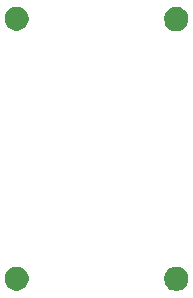
<source format=gbr>
%TF.GenerationSoftware,Altium Limited,Altium Designer,20.2.6 (244)*%
G04 Layer_Color=0*
%FSLAX45Y45*%
%MOMM*%
%TF.SameCoordinates,BE144905-350C-4E41-9AB6-63F68E724E9C*%
%TF.FilePolarity,Positive*%
%TF.FileFunction,NonPlated,1,4,NPTH,Drill*%
%TF.Part,Single*%
G01*
G75*
G36*
X344351Y260217D02*
X334256D01*
X314453Y264155D01*
X295799Y271882D01*
X279011Y283100D01*
X264734Y297377D01*
X253517Y314164D01*
X245790Y332818D01*
X241851Y352621D01*
Y362717D01*
Y372812D01*
X245790Y392615D01*
X253517Y411268D01*
X264734Y428056D01*
X279011Y442333D01*
X295799Y453551D01*
X314453Y461277D01*
X334256Y465216D01*
X344351D01*
X354446D01*
X374249Y461277D01*
X392903Y453551D01*
X409691Y442333D01*
X423968Y428056D01*
X435185Y411268D01*
X442912Y392615D01*
X446851Y372812D01*
Y362717D01*
Y352621D01*
X442912Y332818D01*
X435185Y314164D01*
X423968Y297377D01*
X409691Y283100D01*
X392903Y271882D01*
X374249Y264155D01*
X354446Y260217D01*
X344351D01*
D01*
D02*
G37*
G36*
X1591870Y361260D02*
Y351164D01*
X1595809Y331362D01*
X1603535Y312708D01*
X1614753Y295920D01*
X1629030Y281643D01*
X1645818Y270425D01*
X1664471Y262699D01*
X1684274Y258760D01*
X1694370D01*
X1704465D01*
X1724268Y262699D01*
X1742922Y270425D01*
X1759709Y281643D01*
X1773987Y295920D01*
X1785204Y312708D01*
X1792931Y331362D01*
X1796870Y351164D01*
Y361260D01*
Y371355D01*
X1792931Y391158D01*
X1785204Y409812D01*
X1773987Y426600D01*
X1759709Y440877D01*
X1742922Y452094D01*
X1724268Y459821D01*
X1704465Y463760D01*
X1694370D01*
X1684274D01*
X1664471Y459821D01*
X1645818Y452094D01*
X1629030Y440877D01*
X1614753Y426600D01*
X1603535Y409812D01*
X1595809Y391158D01*
X1591870Y371355D01*
Y361260D01*
D01*
D02*
G37*
G36*
X1694370Y2458756D02*
X1684275D01*
X1664472Y2462695D01*
X1645818Y2470421D01*
X1629031Y2481639D01*
X1614753Y2495916D01*
X1603536Y2512704D01*
X1595809Y2531357D01*
X1591871Y2551160D01*
Y2561256D01*
Y2571351D01*
X1595809Y2591154D01*
X1603536Y2609808D01*
X1614753Y2626595D01*
X1629031Y2640873D01*
X1645818Y2652090D01*
X1664472Y2659817D01*
X1684275Y2663756D01*
X1694370D01*
X1704466D01*
X1724269Y2659817D01*
X1742922Y2652090D01*
X1759710Y2640873D01*
X1773987Y2626595D01*
X1785205Y2609808D01*
X1792931Y2591154D01*
X1796870Y2571351D01*
Y2561256D01*
Y2551160D01*
X1792931Y2531357D01*
X1785205Y2512704D01*
X1773987Y2495916D01*
X1759710Y2481639D01*
X1742922Y2470421D01*
X1724269Y2462695D01*
X1704466Y2458756D01*
X1694370D01*
D01*
D02*
G37*
G36*
X344372Y2460265D02*
X334276D01*
X314474Y2464204D01*
X295820Y2471930D01*
X279032Y2483148D01*
X264755Y2497425D01*
X253537Y2514213D01*
X245811Y2532866D01*
X241872Y2552669D01*
Y2562765D01*
Y2572860D01*
X245811Y2592663D01*
X253537Y2611317D01*
X264755Y2628104D01*
X279032Y2642382D01*
X295820Y2653599D01*
X314474Y2661326D01*
X334276Y2665265D01*
X344372D01*
X354467D01*
X374270Y2661326D01*
X392924Y2653599D01*
X409712Y2642382D01*
X423989Y2628104D01*
X435206Y2611317D01*
X442933Y2592663D01*
X446872Y2572860D01*
Y2562765D01*
Y2552669D01*
X442933Y2532866D01*
X435206Y2514213D01*
X423989Y2497425D01*
X409712Y2483148D01*
X392924Y2471930D01*
X374270Y2464204D01*
X354467Y2460265D01*
X344372D01*
D01*
D02*
G37*
%TF.MD5,28c79beb14ecee012d212b250dd3b7a3*%
M02*

</source>
